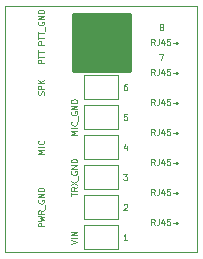
<source format=gbr>
G04 #@! TF.GenerationSoftware,KiCad,Pcbnew,5.1.5+dfsg1-2*
G04 #@! TF.CreationDate,2020-01-22T22:25:37+01:00*
G04 #@! TF.ProjectId,jumper-module,6a756d70-6572-42d6-9d6f-64756c652e6b,v1*
G04 #@! TF.SameCoordinates,Original*
G04 #@! TF.FileFunction,Legend,Top*
G04 #@! TF.FilePolarity,Positive*
%FSLAX46Y46*%
G04 Gerber Fmt 4.6, Leading zero omitted, Abs format (unit mm)*
G04 Created by KiCad (PCBNEW 5.1.5+dfsg1-2) date 2020-01-22 22:25:37*
%MOMM*%
%LPD*%
G04 APERTURE LIST*
%ADD10C,0.125000*%
%ADD11C,0.100000*%
%ADD12C,0.120000*%
%ADD13C,0.254000*%
G04 APERTURE END LIST*
D10*
X136624190Y-104489047D02*
X136124190Y-104489047D01*
X136124190Y-104298571D01*
X136148000Y-104250952D01*
X136171809Y-104227142D01*
X136219428Y-104203333D01*
X136290857Y-104203333D01*
X136338476Y-104227142D01*
X136362285Y-104250952D01*
X136386095Y-104298571D01*
X136386095Y-104489047D01*
X136124190Y-104036666D02*
X136624190Y-103917619D01*
X136267047Y-103822380D01*
X136624190Y-103727142D01*
X136124190Y-103608095D01*
X136624190Y-103131904D02*
X136386095Y-103298571D01*
X136624190Y-103417619D02*
X136124190Y-103417619D01*
X136124190Y-103227142D01*
X136148000Y-103179523D01*
X136171809Y-103155714D01*
X136219428Y-103131904D01*
X136290857Y-103131904D01*
X136338476Y-103155714D01*
X136362285Y-103179523D01*
X136386095Y-103227142D01*
X136386095Y-103417619D01*
X136671809Y-103036666D02*
X136671809Y-102655714D01*
X136148000Y-102274761D02*
X136124190Y-102322380D01*
X136124190Y-102393809D01*
X136148000Y-102465238D01*
X136195619Y-102512857D01*
X136243238Y-102536666D01*
X136338476Y-102560476D01*
X136409904Y-102560476D01*
X136505142Y-102536666D01*
X136552761Y-102512857D01*
X136600380Y-102465238D01*
X136624190Y-102393809D01*
X136624190Y-102346190D01*
X136600380Y-102274761D01*
X136576571Y-102250952D01*
X136409904Y-102250952D01*
X136409904Y-102346190D01*
X136624190Y-102036666D02*
X136124190Y-102036666D01*
X136624190Y-101750952D01*
X136124190Y-101750952D01*
X136624190Y-101512857D02*
X136124190Y-101512857D01*
X136124190Y-101393809D01*
X136148000Y-101322380D01*
X136195619Y-101274761D01*
X136243238Y-101250952D01*
X136338476Y-101227142D01*
X136409904Y-101227142D01*
X136505142Y-101250952D01*
X136552761Y-101274761D01*
X136600380Y-101322380D01*
X136624190Y-101393809D01*
X136624190Y-101512857D01*
X138918190Y-101913333D02*
X138918190Y-101627619D01*
X139418190Y-101770476D02*
X138918190Y-101770476D01*
X139418190Y-101175238D02*
X139180095Y-101341904D01*
X139418190Y-101460952D02*
X138918190Y-101460952D01*
X138918190Y-101270476D01*
X138942000Y-101222857D01*
X138965809Y-101199047D01*
X139013428Y-101175238D01*
X139084857Y-101175238D01*
X139132476Y-101199047D01*
X139156285Y-101222857D01*
X139180095Y-101270476D01*
X139180095Y-101460952D01*
X138918190Y-101008571D02*
X139418190Y-100675238D01*
X138918190Y-100675238D02*
X139418190Y-101008571D01*
X139465809Y-100603809D02*
X139465809Y-100222857D01*
X138942000Y-99841904D02*
X138918190Y-99889523D01*
X138918190Y-99960952D01*
X138942000Y-100032380D01*
X138989619Y-100080000D01*
X139037238Y-100103809D01*
X139132476Y-100127619D01*
X139203904Y-100127619D01*
X139299142Y-100103809D01*
X139346761Y-100080000D01*
X139394380Y-100032380D01*
X139418190Y-99960952D01*
X139418190Y-99913333D01*
X139394380Y-99841904D01*
X139370571Y-99818095D01*
X139203904Y-99818095D01*
X139203904Y-99913333D01*
X139418190Y-99603809D02*
X138918190Y-99603809D01*
X139418190Y-99318095D01*
X138918190Y-99318095D01*
X139418190Y-99080000D02*
X138918190Y-99080000D01*
X138918190Y-98960952D01*
X138942000Y-98889523D01*
X138989619Y-98841904D01*
X139037238Y-98818095D01*
X139132476Y-98794285D01*
X139203904Y-98794285D01*
X139299142Y-98818095D01*
X139346761Y-98841904D01*
X139394380Y-98889523D01*
X139418190Y-98960952D01*
X139418190Y-99080000D01*
X136624190Y-98325714D02*
X136124190Y-98325714D01*
X136481333Y-98159047D01*
X136124190Y-97992380D01*
X136624190Y-97992380D01*
X136624190Y-97754285D02*
X136124190Y-97754285D01*
X136576571Y-97230476D02*
X136600380Y-97254285D01*
X136624190Y-97325714D01*
X136624190Y-97373333D01*
X136600380Y-97444761D01*
X136552761Y-97492380D01*
X136505142Y-97516190D01*
X136409904Y-97540000D01*
X136338476Y-97540000D01*
X136243238Y-97516190D01*
X136195619Y-97492380D01*
X136148000Y-97444761D01*
X136124190Y-97373333D01*
X136124190Y-97325714D01*
X136148000Y-97254285D01*
X136171809Y-97230476D01*
X139418190Y-96738095D02*
X138918190Y-96738095D01*
X139275333Y-96571428D01*
X138918190Y-96404761D01*
X139418190Y-96404761D01*
X139418190Y-96166666D02*
X138918190Y-96166666D01*
X139370571Y-95642857D02*
X139394380Y-95666666D01*
X139418190Y-95738095D01*
X139418190Y-95785714D01*
X139394380Y-95857142D01*
X139346761Y-95904761D01*
X139299142Y-95928571D01*
X139203904Y-95952380D01*
X139132476Y-95952380D01*
X139037238Y-95928571D01*
X138989619Y-95904761D01*
X138942000Y-95857142D01*
X138918190Y-95785714D01*
X138918190Y-95738095D01*
X138942000Y-95666666D01*
X138965809Y-95642857D01*
X139465809Y-95547619D02*
X139465809Y-95166666D01*
X138942000Y-94785714D02*
X138918190Y-94833333D01*
X138918190Y-94904761D01*
X138942000Y-94976190D01*
X138989619Y-95023809D01*
X139037238Y-95047619D01*
X139132476Y-95071428D01*
X139203904Y-95071428D01*
X139299142Y-95047619D01*
X139346761Y-95023809D01*
X139394380Y-94976190D01*
X139418190Y-94904761D01*
X139418190Y-94857142D01*
X139394380Y-94785714D01*
X139370571Y-94761904D01*
X139203904Y-94761904D01*
X139203904Y-94857142D01*
X139418190Y-94547619D02*
X138918190Y-94547619D01*
X139418190Y-94261904D01*
X138918190Y-94261904D01*
X139418190Y-94023809D02*
X138918190Y-94023809D01*
X138918190Y-93904761D01*
X138942000Y-93833333D01*
X138989619Y-93785714D01*
X139037238Y-93761904D01*
X139132476Y-93738095D01*
X139203904Y-93738095D01*
X139299142Y-93761904D01*
X139346761Y-93785714D01*
X139394380Y-93833333D01*
X139418190Y-93904761D01*
X139418190Y-94023809D01*
X136600380Y-93352857D02*
X136624190Y-93281428D01*
X136624190Y-93162380D01*
X136600380Y-93114761D01*
X136576571Y-93090952D01*
X136528952Y-93067142D01*
X136481333Y-93067142D01*
X136433714Y-93090952D01*
X136409904Y-93114761D01*
X136386095Y-93162380D01*
X136362285Y-93257619D01*
X136338476Y-93305238D01*
X136314666Y-93329047D01*
X136267047Y-93352857D01*
X136219428Y-93352857D01*
X136171809Y-93329047D01*
X136148000Y-93305238D01*
X136124190Y-93257619D01*
X136124190Y-93138571D01*
X136148000Y-93067142D01*
X136624190Y-92852857D02*
X136124190Y-92852857D01*
X136124190Y-92662380D01*
X136148000Y-92614761D01*
X136171809Y-92590952D01*
X136219428Y-92567142D01*
X136290857Y-92567142D01*
X136338476Y-92590952D01*
X136362285Y-92614761D01*
X136386095Y-92662380D01*
X136386095Y-92852857D01*
X136624190Y-92352857D02*
X136124190Y-92352857D01*
X136624190Y-92067142D02*
X136338476Y-92281428D01*
X136124190Y-92067142D02*
X136409904Y-92352857D01*
X136624190Y-90681904D02*
X136124190Y-90681904D01*
X136124190Y-90491428D01*
X136148000Y-90443809D01*
X136171809Y-90420000D01*
X136219428Y-90396190D01*
X136290857Y-90396190D01*
X136338476Y-90420000D01*
X136362285Y-90443809D01*
X136386095Y-90491428D01*
X136386095Y-90681904D01*
X136124190Y-90253333D02*
X136124190Y-89967619D01*
X136624190Y-90110476D02*
X136124190Y-90110476D01*
X136124190Y-89872380D02*
X136124190Y-89586666D01*
X136624190Y-89729523D02*
X136124190Y-89729523D01*
X136624190Y-89094285D02*
X136124190Y-89094285D01*
X136124190Y-88903809D01*
X136148000Y-88856190D01*
X136171809Y-88832380D01*
X136219428Y-88808571D01*
X136290857Y-88808571D01*
X136338476Y-88832380D01*
X136362285Y-88856190D01*
X136386095Y-88903809D01*
X136386095Y-89094285D01*
X136124190Y-88665714D02*
X136124190Y-88380000D01*
X136624190Y-88522857D02*
X136124190Y-88522857D01*
X136124190Y-88284761D02*
X136124190Y-87999047D01*
X136624190Y-88141904D02*
X136124190Y-88141904D01*
X136671809Y-87951428D02*
X136671809Y-87570476D01*
X136148000Y-87189523D02*
X136124190Y-87237142D01*
X136124190Y-87308571D01*
X136148000Y-87380000D01*
X136195619Y-87427619D01*
X136243238Y-87451428D01*
X136338476Y-87475238D01*
X136409904Y-87475238D01*
X136505142Y-87451428D01*
X136552761Y-87427619D01*
X136600380Y-87380000D01*
X136624190Y-87308571D01*
X136624190Y-87260952D01*
X136600380Y-87189523D01*
X136576571Y-87165714D01*
X136409904Y-87165714D01*
X136409904Y-87260952D01*
X136624190Y-86951428D02*
X136124190Y-86951428D01*
X136624190Y-86665714D01*
X136124190Y-86665714D01*
X136624190Y-86427619D02*
X136124190Y-86427619D01*
X136124190Y-86308571D01*
X136148000Y-86237142D01*
X136195619Y-86189523D01*
X136243238Y-86165714D01*
X136338476Y-86141904D01*
X136409904Y-86141904D01*
X136505142Y-86165714D01*
X136552761Y-86189523D01*
X136600380Y-86237142D01*
X136624190Y-86308571D01*
X136624190Y-86427619D01*
X138918190Y-105957619D02*
X139418190Y-105790952D01*
X138918190Y-105624285D01*
X139418190Y-105457619D02*
X138918190Y-105457619D01*
X139418190Y-105219523D02*
X138918190Y-105219523D01*
X139418190Y-104933809D01*
X138918190Y-104933809D01*
X145990571Y-89126190D02*
X145823904Y-88888095D01*
X145704857Y-89126190D02*
X145704857Y-88626190D01*
X145895333Y-88626190D01*
X145942952Y-88650000D01*
X145966761Y-88673809D01*
X145990571Y-88721428D01*
X145990571Y-88792857D01*
X145966761Y-88840476D01*
X145942952Y-88864285D01*
X145895333Y-88888095D01*
X145704857Y-88888095D01*
X146347714Y-88626190D02*
X146347714Y-88983333D01*
X146323904Y-89054761D01*
X146276285Y-89102380D01*
X146204857Y-89126190D01*
X146157238Y-89126190D01*
X146800095Y-88792857D02*
X146800095Y-89126190D01*
X146681047Y-88602380D02*
X146562000Y-88959523D01*
X146871523Y-88959523D01*
X147300095Y-88626190D02*
X147062000Y-88626190D01*
X147038190Y-88864285D01*
X147062000Y-88840476D01*
X147109619Y-88816666D01*
X147228666Y-88816666D01*
X147276285Y-88840476D01*
X147300095Y-88864285D01*
X147323904Y-88911904D01*
X147323904Y-89030952D01*
X147300095Y-89078571D01*
X147276285Y-89102380D01*
X147228666Y-89126190D01*
X147109619Y-89126190D01*
X147062000Y-89102380D01*
X147038190Y-89078571D01*
X147538190Y-88935714D02*
X147919142Y-88935714D01*
X147823904Y-89030952D02*
X147919142Y-88935714D01*
X147823904Y-88840476D01*
X145990571Y-91666190D02*
X145823904Y-91428095D01*
X145704857Y-91666190D02*
X145704857Y-91166190D01*
X145895333Y-91166190D01*
X145942952Y-91190000D01*
X145966761Y-91213809D01*
X145990571Y-91261428D01*
X145990571Y-91332857D01*
X145966761Y-91380476D01*
X145942952Y-91404285D01*
X145895333Y-91428095D01*
X145704857Y-91428095D01*
X146347714Y-91166190D02*
X146347714Y-91523333D01*
X146323904Y-91594761D01*
X146276285Y-91642380D01*
X146204857Y-91666190D01*
X146157238Y-91666190D01*
X146800095Y-91332857D02*
X146800095Y-91666190D01*
X146681047Y-91142380D02*
X146562000Y-91499523D01*
X146871523Y-91499523D01*
X147300095Y-91166190D02*
X147062000Y-91166190D01*
X147038190Y-91404285D01*
X147062000Y-91380476D01*
X147109619Y-91356666D01*
X147228666Y-91356666D01*
X147276285Y-91380476D01*
X147300095Y-91404285D01*
X147323904Y-91451904D01*
X147323904Y-91570952D01*
X147300095Y-91618571D01*
X147276285Y-91642380D01*
X147228666Y-91666190D01*
X147109619Y-91666190D01*
X147062000Y-91642380D01*
X147038190Y-91618571D01*
X147538190Y-91475714D02*
X147919142Y-91475714D01*
X147823904Y-91570952D02*
X147919142Y-91475714D01*
X147823904Y-91380476D01*
X145990571Y-94206190D02*
X145823904Y-93968095D01*
X145704857Y-94206190D02*
X145704857Y-93706190D01*
X145895333Y-93706190D01*
X145942952Y-93730000D01*
X145966761Y-93753809D01*
X145990571Y-93801428D01*
X145990571Y-93872857D01*
X145966761Y-93920476D01*
X145942952Y-93944285D01*
X145895333Y-93968095D01*
X145704857Y-93968095D01*
X146347714Y-93706190D02*
X146347714Y-94063333D01*
X146323904Y-94134761D01*
X146276285Y-94182380D01*
X146204857Y-94206190D01*
X146157238Y-94206190D01*
X146800095Y-93872857D02*
X146800095Y-94206190D01*
X146681047Y-93682380D02*
X146562000Y-94039523D01*
X146871523Y-94039523D01*
X147300095Y-93706190D02*
X147062000Y-93706190D01*
X147038190Y-93944285D01*
X147062000Y-93920476D01*
X147109619Y-93896666D01*
X147228666Y-93896666D01*
X147276285Y-93920476D01*
X147300095Y-93944285D01*
X147323904Y-93991904D01*
X147323904Y-94110952D01*
X147300095Y-94158571D01*
X147276285Y-94182380D01*
X147228666Y-94206190D01*
X147109619Y-94206190D01*
X147062000Y-94182380D01*
X147038190Y-94158571D01*
X147538190Y-94015714D02*
X147919142Y-94015714D01*
X147823904Y-94110952D02*
X147919142Y-94015714D01*
X147823904Y-93920476D01*
X145990571Y-104366190D02*
X145823904Y-104128095D01*
X145704857Y-104366190D02*
X145704857Y-103866190D01*
X145895333Y-103866190D01*
X145942952Y-103890000D01*
X145966761Y-103913809D01*
X145990571Y-103961428D01*
X145990571Y-104032857D01*
X145966761Y-104080476D01*
X145942952Y-104104285D01*
X145895333Y-104128095D01*
X145704857Y-104128095D01*
X146347714Y-103866190D02*
X146347714Y-104223333D01*
X146323904Y-104294761D01*
X146276285Y-104342380D01*
X146204857Y-104366190D01*
X146157238Y-104366190D01*
X146800095Y-104032857D02*
X146800095Y-104366190D01*
X146681047Y-103842380D02*
X146562000Y-104199523D01*
X146871523Y-104199523D01*
X147300095Y-103866190D02*
X147062000Y-103866190D01*
X147038190Y-104104285D01*
X147062000Y-104080476D01*
X147109619Y-104056666D01*
X147228666Y-104056666D01*
X147276285Y-104080476D01*
X147300095Y-104104285D01*
X147323904Y-104151904D01*
X147323904Y-104270952D01*
X147300095Y-104318571D01*
X147276285Y-104342380D01*
X147228666Y-104366190D01*
X147109619Y-104366190D01*
X147062000Y-104342380D01*
X147038190Y-104318571D01*
X147538190Y-104175714D02*
X147919142Y-104175714D01*
X147823904Y-104270952D02*
X147919142Y-104175714D01*
X147823904Y-104080476D01*
X145990571Y-101826190D02*
X145823904Y-101588095D01*
X145704857Y-101826190D02*
X145704857Y-101326190D01*
X145895333Y-101326190D01*
X145942952Y-101350000D01*
X145966761Y-101373809D01*
X145990571Y-101421428D01*
X145990571Y-101492857D01*
X145966761Y-101540476D01*
X145942952Y-101564285D01*
X145895333Y-101588095D01*
X145704857Y-101588095D01*
X146347714Y-101326190D02*
X146347714Y-101683333D01*
X146323904Y-101754761D01*
X146276285Y-101802380D01*
X146204857Y-101826190D01*
X146157238Y-101826190D01*
X146800095Y-101492857D02*
X146800095Y-101826190D01*
X146681047Y-101302380D02*
X146562000Y-101659523D01*
X146871523Y-101659523D01*
X147300095Y-101326190D02*
X147062000Y-101326190D01*
X147038190Y-101564285D01*
X147062000Y-101540476D01*
X147109619Y-101516666D01*
X147228666Y-101516666D01*
X147276285Y-101540476D01*
X147300095Y-101564285D01*
X147323904Y-101611904D01*
X147323904Y-101730952D01*
X147300095Y-101778571D01*
X147276285Y-101802380D01*
X147228666Y-101826190D01*
X147109619Y-101826190D01*
X147062000Y-101802380D01*
X147038190Y-101778571D01*
X147538190Y-101635714D02*
X147919142Y-101635714D01*
X147823904Y-101730952D02*
X147919142Y-101635714D01*
X147823904Y-101540476D01*
X145990571Y-99286190D02*
X145823904Y-99048095D01*
X145704857Y-99286190D02*
X145704857Y-98786190D01*
X145895333Y-98786190D01*
X145942952Y-98810000D01*
X145966761Y-98833809D01*
X145990571Y-98881428D01*
X145990571Y-98952857D01*
X145966761Y-99000476D01*
X145942952Y-99024285D01*
X145895333Y-99048095D01*
X145704857Y-99048095D01*
X146347714Y-98786190D02*
X146347714Y-99143333D01*
X146323904Y-99214761D01*
X146276285Y-99262380D01*
X146204857Y-99286190D01*
X146157238Y-99286190D01*
X146800095Y-98952857D02*
X146800095Y-99286190D01*
X146681047Y-98762380D02*
X146562000Y-99119523D01*
X146871523Y-99119523D01*
X147300095Y-98786190D02*
X147062000Y-98786190D01*
X147038190Y-99024285D01*
X147062000Y-99000476D01*
X147109619Y-98976666D01*
X147228666Y-98976666D01*
X147276285Y-99000476D01*
X147300095Y-99024285D01*
X147323904Y-99071904D01*
X147323904Y-99190952D01*
X147300095Y-99238571D01*
X147276285Y-99262380D01*
X147228666Y-99286190D01*
X147109619Y-99286190D01*
X147062000Y-99262380D01*
X147038190Y-99238571D01*
X147538190Y-99095714D02*
X147919142Y-99095714D01*
X147823904Y-99190952D02*
X147919142Y-99095714D01*
X147823904Y-99000476D01*
X145990571Y-96746190D02*
X145823904Y-96508095D01*
X145704857Y-96746190D02*
X145704857Y-96246190D01*
X145895333Y-96246190D01*
X145942952Y-96270000D01*
X145966761Y-96293809D01*
X145990571Y-96341428D01*
X145990571Y-96412857D01*
X145966761Y-96460476D01*
X145942952Y-96484285D01*
X145895333Y-96508095D01*
X145704857Y-96508095D01*
X146347714Y-96246190D02*
X146347714Y-96603333D01*
X146323904Y-96674761D01*
X146276285Y-96722380D01*
X146204857Y-96746190D01*
X146157238Y-96746190D01*
X146800095Y-96412857D02*
X146800095Y-96746190D01*
X146681047Y-96222380D02*
X146562000Y-96579523D01*
X146871523Y-96579523D01*
X147300095Y-96246190D02*
X147062000Y-96246190D01*
X147038190Y-96484285D01*
X147062000Y-96460476D01*
X147109619Y-96436666D01*
X147228666Y-96436666D01*
X147276285Y-96460476D01*
X147300095Y-96484285D01*
X147323904Y-96531904D01*
X147323904Y-96650952D01*
X147300095Y-96698571D01*
X147276285Y-96722380D01*
X147228666Y-96746190D01*
X147109619Y-96746190D01*
X147062000Y-96722380D01*
X147038190Y-96698571D01*
X147538190Y-96555714D02*
X147919142Y-96555714D01*
X147823904Y-96650952D02*
X147919142Y-96555714D01*
X147823904Y-96460476D01*
X146510380Y-87570476D02*
X146462761Y-87546666D01*
X146438952Y-87522857D01*
X146415142Y-87475238D01*
X146415142Y-87451428D01*
X146438952Y-87403809D01*
X146462761Y-87380000D01*
X146510380Y-87356190D01*
X146605619Y-87356190D01*
X146653238Y-87380000D01*
X146677047Y-87403809D01*
X146700857Y-87451428D01*
X146700857Y-87475238D01*
X146677047Y-87522857D01*
X146653238Y-87546666D01*
X146605619Y-87570476D01*
X146510380Y-87570476D01*
X146462761Y-87594285D01*
X146438952Y-87618095D01*
X146415142Y-87665714D01*
X146415142Y-87760952D01*
X146438952Y-87808571D01*
X146462761Y-87832380D01*
X146510380Y-87856190D01*
X146605619Y-87856190D01*
X146653238Y-87832380D01*
X146677047Y-87808571D01*
X146700857Y-87760952D01*
X146700857Y-87665714D01*
X146677047Y-87618095D01*
X146653238Y-87594285D01*
X146605619Y-87570476D01*
X146391333Y-89896190D02*
X146724666Y-89896190D01*
X146510380Y-90396190D01*
X143652857Y-105636190D02*
X143367142Y-105636190D01*
X143510000Y-105636190D02*
X143510000Y-105136190D01*
X143462380Y-105207619D01*
X143414761Y-105255238D01*
X143367142Y-105279047D01*
X143367142Y-102643809D02*
X143390952Y-102620000D01*
X143438571Y-102596190D01*
X143557619Y-102596190D01*
X143605238Y-102620000D01*
X143629047Y-102643809D01*
X143652857Y-102691428D01*
X143652857Y-102739047D01*
X143629047Y-102810476D01*
X143343333Y-103096190D01*
X143652857Y-103096190D01*
X143343333Y-100056190D02*
X143652857Y-100056190D01*
X143486190Y-100246666D01*
X143557619Y-100246666D01*
X143605238Y-100270476D01*
X143629047Y-100294285D01*
X143652857Y-100341904D01*
X143652857Y-100460952D01*
X143629047Y-100508571D01*
X143605238Y-100532380D01*
X143557619Y-100556190D01*
X143414761Y-100556190D01*
X143367142Y-100532380D01*
X143343333Y-100508571D01*
X143605238Y-97682857D02*
X143605238Y-98016190D01*
X143486190Y-97492380D02*
X143367142Y-97849523D01*
X143676666Y-97849523D01*
X143629047Y-94976190D02*
X143390952Y-94976190D01*
X143367142Y-95214285D01*
X143390952Y-95190476D01*
X143438571Y-95166666D01*
X143557619Y-95166666D01*
X143605238Y-95190476D01*
X143629047Y-95214285D01*
X143652857Y-95261904D01*
X143652857Y-95380952D01*
X143629047Y-95428571D01*
X143605238Y-95452380D01*
X143557619Y-95476190D01*
X143438571Y-95476190D01*
X143390952Y-95452380D01*
X143367142Y-95428571D01*
X143605238Y-92436190D02*
X143510000Y-92436190D01*
X143462380Y-92460000D01*
X143438571Y-92483809D01*
X143390952Y-92555238D01*
X143367142Y-92650476D01*
X143367142Y-92840952D01*
X143390952Y-92888571D01*
X143414761Y-92912380D01*
X143462380Y-92936190D01*
X143557619Y-92936190D01*
X143605238Y-92912380D01*
X143629047Y-92888571D01*
X143652857Y-92840952D01*
X143652857Y-92721904D01*
X143629047Y-92674285D01*
X143605238Y-92650476D01*
X143557619Y-92626666D01*
X143462380Y-92626666D01*
X143414761Y-92650476D01*
X143390952Y-92674285D01*
X143367142Y-92721904D01*
D11*
X149606000Y-85852000D02*
X149606000Y-106680000D01*
X133350000Y-85852000D02*
X149606000Y-85852000D01*
X133350000Y-106680000D02*
X133350000Y-85852000D01*
X149606000Y-106680000D02*
X133350000Y-106680000D01*
D12*
X140041000Y-106410000D02*
X140041000Y-104410000D01*
X142841000Y-106410000D02*
X140041000Y-106410000D01*
X142841000Y-104410000D02*
X142841000Y-106410000D01*
X140041000Y-104410000D02*
X142841000Y-104410000D01*
X140041000Y-101870000D02*
X142841000Y-101870000D01*
X142841000Y-101870000D02*
X142841000Y-103870000D01*
X142841000Y-103870000D02*
X140041000Y-103870000D01*
X140041000Y-103870000D02*
X140041000Y-101870000D01*
X140041000Y-101330000D02*
X140041000Y-99330000D01*
X142841000Y-101330000D02*
X140041000Y-101330000D01*
X142841000Y-99330000D02*
X142841000Y-101330000D01*
X140041000Y-99330000D02*
X142841000Y-99330000D01*
X140041000Y-96790000D02*
X142841000Y-96790000D01*
X142841000Y-96790000D02*
X142841000Y-98790000D01*
X142841000Y-98790000D02*
X140041000Y-98790000D01*
X140041000Y-98790000D02*
X140041000Y-96790000D01*
X140041000Y-96250000D02*
X140041000Y-94250000D01*
X142841000Y-96250000D02*
X140041000Y-96250000D01*
X142841000Y-94250000D02*
X142841000Y-96250000D01*
X140041000Y-94250000D02*
X142841000Y-94250000D01*
X140041000Y-91710000D02*
X142841000Y-91710000D01*
X142841000Y-91710000D02*
X142841000Y-93710000D01*
X142841000Y-93710000D02*
X140041000Y-93710000D01*
X140041000Y-93710000D02*
X140041000Y-91710000D01*
D13*
G36*
X143891000Y-91313000D02*
G01*
X139065000Y-91313000D01*
X139065000Y-86487000D01*
X143891000Y-86487000D01*
X143891000Y-91313000D01*
G37*
X143891000Y-91313000D02*
X139065000Y-91313000D01*
X139065000Y-86487000D01*
X143891000Y-86487000D01*
X143891000Y-91313000D01*
M02*

</source>
